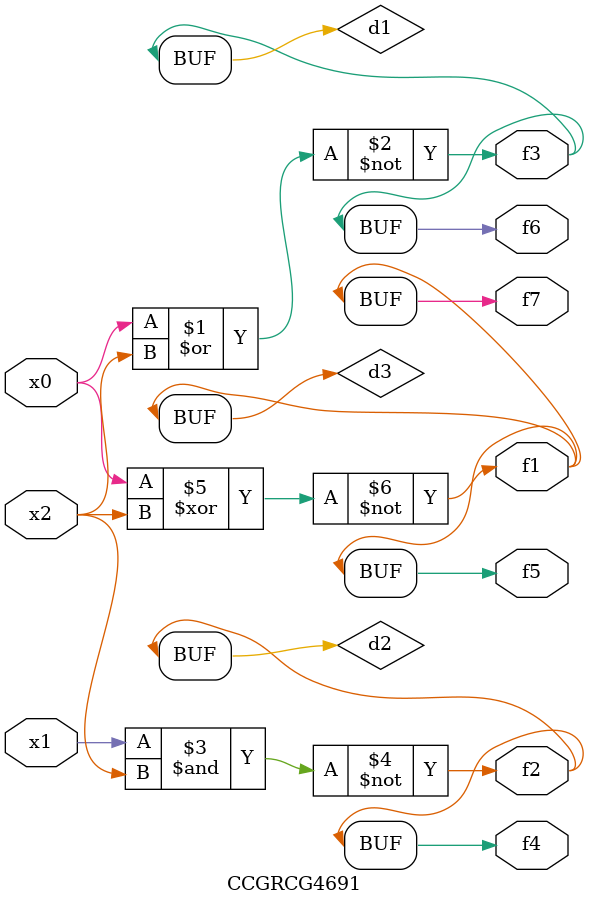
<source format=v>
module CCGRCG4691(
	input x0, x1, x2,
	output f1, f2, f3, f4, f5, f6, f7
);

	wire d1, d2, d3;

	nor (d1, x0, x2);
	nand (d2, x1, x2);
	xnor (d3, x0, x2);
	assign f1 = d3;
	assign f2 = d2;
	assign f3 = d1;
	assign f4 = d2;
	assign f5 = d3;
	assign f6 = d1;
	assign f7 = d3;
endmodule

</source>
